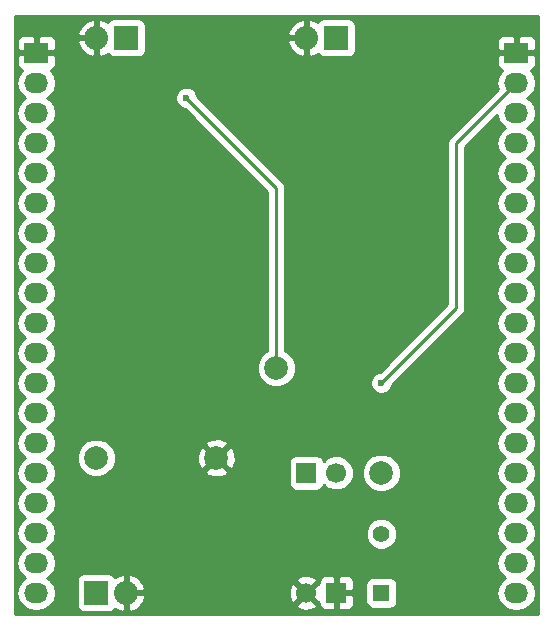
<source format=gbr>
G04 #@! TF.FileFunction,Copper,L2,Bot,Signal*
%FSLAX46Y46*%
G04 Gerber Fmt 4.6, Leading zero omitted, Abs format (unit mm)*
G04 Created by KiCad (PCBNEW 4.0.3+e1-6302~38~ubuntu16.04.1-stable) date Thu Aug 25 17:22:04 2016*
%MOMM*%
%LPD*%
G01*
G04 APERTURE LIST*
%ADD10C,0.100000*%
%ADD11R,1.400000X1.400000*%
%ADD12C,1.400000*%
%ADD13C,1.699260*%
%ADD14R,1.699260X1.699260*%
%ADD15R,2.032000X2.032000*%
%ADD16O,2.032000X2.032000*%
%ADD17C,1.998980*%
%ADD18C,2.000000*%
%ADD19R,2.032000X1.727200*%
%ADD20O,2.032000X1.727200*%
%ADD21C,0.600000*%
%ADD22C,0.250000*%
%ADD23C,0.254000*%
G04 APERTURE END LIST*
D10*
D11*
X102870000Y-124460000D03*
D12*
X102870000Y-119460000D03*
D13*
X96522540Y-124460520D03*
D14*
X96522540Y-114300520D03*
D13*
X99057460Y-114299480D03*
D14*
X99057460Y-124459480D03*
D15*
X78740000Y-124460000D03*
D16*
X81280000Y-124460000D03*
D15*
X81280000Y-77470000D03*
D16*
X78740000Y-77470000D03*
D15*
X99060000Y-77470000D03*
D16*
X96520000Y-77470000D03*
D17*
X78740000Y-113030000D03*
X88900000Y-113030000D03*
D18*
X102870000Y-114300000D03*
X93980000Y-105410000D03*
D19*
X114300000Y-78740000D03*
D20*
X114300000Y-81280000D03*
X114300000Y-83820000D03*
X114300000Y-86360000D03*
X114300000Y-88900000D03*
X114300000Y-91440000D03*
X114300000Y-93980000D03*
X114300000Y-96520000D03*
X114300000Y-99060000D03*
X114300000Y-101600000D03*
X114300000Y-104140000D03*
X114300000Y-106680000D03*
X114300000Y-109220000D03*
X114300000Y-111760000D03*
X114300000Y-114300000D03*
X114300000Y-116840000D03*
X114300000Y-119380000D03*
X114300000Y-121920000D03*
X114300000Y-124460000D03*
D19*
X73660000Y-78740000D03*
D20*
X73660000Y-81280000D03*
X73660000Y-83820000D03*
X73660000Y-86360000D03*
X73660000Y-88900000D03*
X73660000Y-91440000D03*
X73660000Y-93980000D03*
X73660000Y-96520000D03*
X73660000Y-99060000D03*
X73660000Y-101600000D03*
X73660000Y-104140000D03*
X73660000Y-106680000D03*
X73660000Y-109220000D03*
X73660000Y-111760000D03*
X73660000Y-114300000D03*
X73660000Y-116840000D03*
X73660000Y-119380000D03*
X73660000Y-121920000D03*
X73660000Y-124460000D03*
D21*
X86360000Y-82550000D03*
X102870000Y-106680000D03*
D22*
X93980000Y-105410000D02*
X93980000Y-90170000D01*
X93980000Y-90170000D02*
X86360000Y-82550000D01*
X109220000Y-86360000D02*
X114300000Y-81280000D01*
X109220000Y-100330000D02*
X109220000Y-86360000D01*
X102870000Y-106680000D02*
X109220000Y-100330000D01*
D23*
G36*
X116130000Y-126290000D02*
X71830000Y-126290000D01*
X71830000Y-81280000D01*
X71976655Y-81280000D01*
X72090729Y-81853489D01*
X72415585Y-82339670D01*
X72730366Y-82550000D01*
X72415585Y-82760330D01*
X72090729Y-83246511D01*
X71976655Y-83820000D01*
X72090729Y-84393489D01*
X72415585Y-84879670D01*
X72730366Y-85090000D01*
X72415585Y-85300330D01*
X72090729Y-85786511D01*
X71976655Y-86360000D01*
X72090729Y-86933489D01*
X72415585Y-87419670D01*
X72730366Y-87630000D01*
X72415585Y-87840330D01*
X72090729Y-88326511D01*
X71976655Y-88900000D01*
X72090729Y-89473489D01*
X72415585Y-89959670D01*
X72730366Y-90170000D01*
X72415585Y-90380330D01*
X72090729Y-90866511D01*
X71976655Y-91440000D01*
X72090729Y-92013489D01*
X72415585Y-92499670D01*
X72730366Y-92710000D01*
X72415585Y-92920330D01*
X72090729Y-93406511D01*
X71976655Y-93980000D01*
X72090729Y-94553489D01*
X72415585Y-95039670D01*
X72730366Y-95250000D01*
X72415585Y-95460330D01*
X72090729Y-95946511D01*
X71976655Y-96520000D01*
X72090729Y-97093489D01*
X72415585Y-97579670D01*
X72730366Y-97790000D01*
X72415585Y-98000330D01*
X72090729Y-98486511D01*
X71976655Y-99060000D01*
X72090729Y-99633489D01*
X72415585Y-100119670D01*
X72730366Y-100330000D01*
X72415585Y-100540330D01*
X72090729Y-101026511D01*
X71976655Y-101600000D01*
X72090729Y-102173489D01*
X72415585Y-102659670D01*
X72730366Y-102870000D01*
X72415585Y-103080330D01*
X72090729Y-103566511D01*
X71976655Y-104140000D01*
X72090729Y-104713489D01*
X72415585Y-105199670D01*
X72730366Y-105410000D01*
X72415585Y-105620330D01*
X72090729Y-106106511D01*
X71976655Y-106680000D01*
X72090729Y-107253489D01*
X72415585Y-107739670D01*
X72730366Y-107950000D01*
X72415585Y-108160330D01*
X72090729Y-108646511D01*
X71976655Y-109220000D01*
X72090729Y-109793489D01*
X72415585Y-110279670D01*
X72730366Y-110490000D01*
X72415585Y-110700330D01*
X72090729Y-111186511D01*
X71976655Y-111760000D01*
X72090729Y-112333489D01*
X72415585Y-112819670D01*
X72730366Y-113030000D01*
X72415585Y-113240330D01*
X72090729Y-113726511D01*
X71976655Y-114300000D01*
X72090729Y-114873489D01*
X72415585Y-115359670D01*
X72730366Y-115570000D01*
X72415585Y-115780330D01*
X72090729Y-116266511D01*
X71976655Y-116840000D01*
X72090729Y-117413489D01*
X72415585Y-117899670D01*
X72730366Y-118110000D01*
X72415585Y-118320330D01*
X72090729Y-118806511D01*
X71976655Y-119380000D01*
X72090729Y-119953489D01*
X72415585Y-120439670D01*
X72730366Y-120650000D01*
X72415585Y-120860330D01*
X72090729Y-121346511D01*
X71976655Y-121920000D01*
X72090729Y-122493489D01*
X72415585Y-122979670D01*
X72730366Y-123190000D01*
X72415585Y-123400330D01*
X72090729Y-123886511D01*
X71976655Y-124460000D01*
X72090729Y-125033489D01*
X72415585Y-125519670D01*
X72901766Y-125844526D01*
X73475255Y-125958600D01*
X73844745Y-125958600D01*
X74418234Y-125844526D01*
X74904415Y-125519670D01*
X75229271Y-125033489D01*
X75343345Y-124460000D01*
X75229271Y-123886511D01*
X74933595Y-123444000D01*
X77076560Y-123444000D01*
X77076560Y-125476000D01*
X77120838Y-125711317D01*
X77259910Y-125927441D01*
X77472110Y-126072431D01*
X77724000Y-126123440D01*
X79756000Y-126123440D01*
X79991317Y-126079162D01*
X80207441Y-125940090D01*
X80307856Y-125793128D01*
X80311621Y-125797188D01*
X80897054Y-126065983D01*
X81153000Y-125947367D01*
X81153000Y-124587000D01*
X81407000Y-124587000D01*
X81407000Y-125947367D01*
X81662946Y-126065983D01*
X82248379Y-125797188D01*
X82520043Y-125504210D01*
X95658455Y-125504210D01*
X95738682Y-125755473D01*
X96293907Y-125956870D01*
X96883939Y-125930461D01*
X97306398Y-125755473D01*
X97386625Y-125504210D01*
X96522540Y-124640125D01*
X95658455Y-125504210D01*
X82520043Y-125504210D01*
X82686385Y-125324818D01*
X82885975Y-124842944D01*
X82766836Y-124587000D01*
X81407000Y-124587000D01*
X81153000Y-124587000D01*
X81133000Y-124587000D01*
X81133000Y-124333000D01*
X81153000Y-124333000D01*
X81153000Y-122972633D01*
X81407000Y-122972633D01*
X81407000Y-124333000D01*
X82766836Y-124333000D01*
X82813902Y-124231887D01*
X95026190Y-124231887D01*
X95052599Y-124821919D01*
X95227587Y-125244378D01*
X95478850Y-125324605D01*
X96342935Y-124460520D01*
X96702145Y-124460520D01*
X97566230Y-125324605D01*
X97572830Y-125322498D01*
X97572830Y-125435419D01*
X97669503Y-125668808D01*
X97848131Y-125847437D01*
X98081520Y-125944110D01*
X98771710Y-125944110D01*
X98930460Y-125785360D01*
X98930460Y-124586480D01*
X99184460Y-124586480D01*
X99184460Y-125785360D01*
X99343210Y-125944110D01*
X100033400Y-125944110D01*
X100266789Y-125847437D01*
X100445417Y-125668808D01*
X100542090Y-125435419D01*
X100542090Y-124745230D01*
X100383340Y-124586480D01*
X99184460Y-124586480D01*
X98930460Y-124586480D01*
X98910460Y-124586480D01*
X98910460Y-124332480D01*
X98930460Y-124332480D01*
X98930460Y-123133600D01*
X99184460Y-123133600D01*
X99184460Y-124332480D01*
X100383340Y-124332480D01*
X100542090Y-124173730D01*
X100542090Y-123760000D01*
X101522560Y-123760000D01*
X101522560Y-125160000D01*
X101566838Y-125395317D01*
X101705910Y-125611441D01*
X101918110Y-125756431D01*
X102170000Y-125807440D01*
X103570000Y-125807440D01*
X103805317Y-125763162D01*
X104021441Y-125624090D01*
X104166431Y-125411890D01*
X104217440Y-125160000D01*
X104217440Y-123760000D01*
X104173162Y-123524683D01*
X104034090Y-123308559D01*
X103821890Y-123163569D01*
X103570000Y-123112560D01*
X102170000Y-123112560D01*
X101934683Y-123156838D01*
X101718559Y-123295910D01*
X101573569Y-123508110D01*
X101522560Y-123760000D01*
X100542090Y-123760000D01*
X100542090Y-123483541D01*
X100445417Y-123250152D01*
X100266789Y-123071523D01*
X100033400Y-122974850D01*
X99343210Y-122974850D01*
X99184460Y-123133600D01*
X98930460Y-123133600D01*
X98771710Y-122974850D01*
X98081520Y-122974850D01*
X97848131Y-123071523D01*
X97669503Y-123250152D01*
X97572830Y-123483541D01*
X97572830Y-123598542D01*
X97566230Y-123596435D01*
X96702145Y-124460520D01*
X96342935Y-124460520D01*
X95478850Y-123596435D01*
X95227587Y-123676662D01*
X95026190Y-124231887D01*
X82813902Y-124231887D01*
X82885975Y-124077056D01*
X82686385Y-123595182D01*
X82521008Y-123416830D01*
X95658455Y-123416830D01*
X96522540Y-124280915D01*
X97386625Y-123416830D01*
X97306398Y-123165567D01*
X96751173Y-122964170D01*
X96161141Y-122990579D01*
X95738682Y-123165567D01*
X95658455Y-123416830D01*
X82521008Y-123416830D01*
X82248379Y-123122812D01*
X81662946Y-122854017D01*
X81407000Y-122972633D01*
X81153000Y-122972633D01*
X80897054Y-122854017D01*
X80311621Y-123122812D01*
X80307066Y-123127724D01*
X80220090Y-122992559D01*
X80007890Y-122847569D01*
X79756000Y-122796560D01*
X77724000Y-122796560D01*
X77488683Y-122840838D01*
X77272559Y-122979910D01*
X77127569Y-123192110D01*
X77076560Y-123444000D01*
X74933595Y-123444000D01*
X74904415Y-123400330D01*
X74589634Y-123190000D01*
X74904415Y-122979670D01*
X75229271Y-122493489D01*
X75343345Y-121920000D01*
X75229271Y-121346511D01*
X74904415Y-120860330D01*
X74589634Y-120650000D01*
X74904415Y-120439670D01*
X75229271Y-119953489D01*
X75274842Y-119724383D01*
X101534769Y-119724383D01*
X101737582Y-120215229D01*
X102112796Y-120591098D01*
X102603287Y-120794768D01*
X103134383Y-120795231D01*
X103625229Y-120592418D01*
X104001098Y-120217204D01*
X104204768Y-119726713D01*
X104205231Y-119195617D01*
X104002418Y-118704771D01*
X103627204Y-118328902D01*
X103136713Y-118125232D01*
X102605617Y-118124769D01*
X102114771Y-118327582D01*
X101738902Y-118702796D01*
X101535232Y-119193287D01*
X101534769Y-119724383D01*
X75274842Y-119724383D01*
X75343345Y-119380000D01*
X75229271Y-118806511D01*
X74904415Y-118320330D01*
X74589634Y-118110000D01*
X74904415Y-117899670D01*
X75229271Y-117413489D01*
X75343345Y-116840000D01*
X75229271Y-116266511D01*
X74904415Y-115780330D01*
X74589634Y-115570000D01*
X74904415Y-115359670D01*
X75229271Y-114873489D01*
X75343345Y-114300000D01*
X75229271Y-113726511D01*
X74980163Y-113353694D01*
X77105226Y-113353694D01*
X77353538Y-113954655D01*
X77812927Y-114414846D01*
X78413453Y-114664206D01*
X79063694Y-114664774D01*
X79664655Y-114416462D01*
X79899363Y-114182163D01*
X87927443Y-114182163D01*
X88026042Y-114448965D01*
X88635582Y-114675401D01*
X89285377Y-114651341D01*
X89773958Y-114448965D01*
X89872557Y-114182163D01*
X88900000Y-113209605D01*
X87927443Y-114182163D01*
X79899363Y-114182163D01*
X80124846Y-113957073D01*
X80374206Y-113356547D01*
X80374722Y-112765582D01*
X87254599Y-112765582D01*
X87278659Y-113415377D01*
X87481035Y-113903958D01*
X87747837Y-114002557D01*
X88720395Y-113030000D01*
X89079605Y-113030000D01*
X90052163Y-114002557D01*
X90318965Y-113903958D01*
X90487273Y-113450890D01*
X95025470Y-113450890D01*
X95025470Y-115150150D01*
X95069748Y-115385467D01*
X95208820Y-115601591D01*
X95421020Y-115746581D01*
X95672910Y-115797590D01*
X97372170Y-115797590D01*
X97607487Y-115753312D01*
X97823611Y-115614240D01*
X97968601Y-115402040D01*
X97984073Y-115325637D01*
X98215386Y-115557354D01*
X98760853Y-115783852D01*
X99351476Y-115784368D01*
X99897337Y-115558822D01*
X100315334Y-115141554D01*
X100530326Y-114623795D01*
X101234716Y-114623795D01*
X101483106Y-115224943D01*
X101942637Y-115685278D01*
X102543352Y-115934716D01*
X103193795Y-115935284D01*
X103794943Y-115686894D01*
X104255278Y-115227363D01*
X104504716Y-114626648D01*
X104505284Y-113976205D01*
X104256894Y-113375057D01*
X103797363Y-112914722D01*
X103196648Y-112665284D01*
X102546205Y-112664716D01*
X101945057Y-112913106D01*
X101484722Y-113372637D01*
X101235284Y-113973352D01*
X101234716Y-114623795D01*
X100530326Y-114623795D01*
X100541832Y-114596087D01*
X100542348Y-114005464D01*
X100316802Y-113459603D01*
X99899534Y-113041606D01*
X99354067Y-112815108D01*
X98763444Y-112814592D01*
X98217583Y-113040138D01*
X97985849Y-113271468D01*
X97975332Y-113215573D01*
X97836260Y-112999449D01*
X97624060Y-112854459D01*
X97372170Y-112803450D01*
X95672910Y-112803450D01*
X95437593Y-112847728D01*
X95221469Y-112986800D01*
X95076479Y-113199000D01*
X95025470Y-113450890D01*
X90487273Y-113450890D01*
X90545401Y-113294418D01*
X90521341Y-112644623D01*
X90318965Y-112156042D01*
X90052163Y-112057443D01*
X89079605Y-113030000D01*
X88720395Y-113030000D01*
X87747837Y-112057443D01*
X87481035Y-112156042D01*
X87254599Y-112765582D01*
X80374722Y-112765582D01*
X80374774Y-112706306D01*
X80126462Y-112105345D01*
X79899351Y-111877837D01*
X87927443Y-111877837D01*
X88900000Y-112850395D01*
X89872557Y-111877837D01*
X89773958Y-111611035D01*
X89164418Y-111384599D01*
X88514623Y-111408659D01*
X88026042Y-111611035D01*
X87927443Y-111877837D01*
X79899351Y-111877837D01*
X79667073Y-111645154D01*
X79066547Y-111395794D01*
X78416306Y-111395226D01*
X77815345Y-111643538D01*
X77355154Y-112102927D01*
X77105794Y-112703453D01*
X77105226Y-113353694D01*
X74980163Y-113353694D01*
X74904415Y-113240330D01*
X74589634Y-113030000D01*
X74904415Y-112819670D01*
X75229271Y-112333489D01*
X75343345Y-111760000D01*
X75229271Y-111186511D01*
X74904415Y-110700330D01*
X74589634Y-110490000D01*
X74904415Y-110279670D01*
X75229271Y-109793489D01*
X75343345Y-109220000D01*
X75229271Y-108646511D01*
X74904415Y-108160330D01*
X74589634Y-107950000D01*
X74904415Y-107739670D01*
X75229271Y-107253489D01*
X75343345Y-106680000D01*
X75229271Y-106106511D01*
X74904415Y-105620330D01*
X74589634Y-105410000D01*
X74904415Y-105199670D01*
X75229271Y-104713489D01*
X75343345Y-104140000D01*
X75229271Y-103566511D01*
X74904415Y-103080330D01*
X74589634Y-102870000D01*
X74904415Y-102659670D01*
X75229271Y-102173489D01*
X75343345Y-101600000D01*
X75229271Y-101026511D01*
X74904415Y-100540330D01*
X74589634Y-100330000D01*
X74904415Y-100119670D01*
X75229271Y-99633489D01*
X75343345Y-99060000D01*
X75229271Y-98486511D01*
X74904415Y-98000330D01*
X74589634Y-97790000D01*
X74904415Y-97579670D01*
X75229271Y-97093489D01*
X75343345Y-96520000D01*
X75229271Y-95946511D01*
X74904415Y-95460330D01*
X74589634Y-95250000D01*
X74904415Y-95039670D01*
X75229271Y-94553489D01*
X75343345Y-93980000D01*
X75229271Y-93406511D01*
X74904415Y-92920330D01*
X74589634Y-92710000D01*
X74904415Y-92499670D01*
X75229271Y-92013489D01*
X75343345Y-91440000D01*
X75229271Y-90866511D01*
X74904415Y-90380330D01*
X74589634Y-90170000D01*
X74904415Y-89959670D01*
X75229271Y-89473489D01*
X75343345Y-88900000D01*
X75229271Y-88326511D01*
X74904415Y-87840330D01*
X74589634Y-87630000D01*
X74904415Y-87419670D01*
X75229271Y-86933489D01*
X75343345Y-86360000D01*
X75229271Y-85786511D01*
X74904415Y-85300330D01*
X74589634Y-85090000D01*
X74904415Y-84879670D01*
X75229271Y-84393489D01*
X75343345Y-83820000D01*
X75229271Y-83246511D01*
X74904415Y-82760330D01*
X74866756Y-82735167D01*
X85424838Y-82735167D01*
X85566883Y-83078943D01*
X85829673Y-83342192D01*
X86173201Y-83484838D01*
X86220077Y-83484879D01*
X93220000Y-90484802D01*
X93220000Y-103954953D01*
X93055057Y-104023106D01*
X92594722Y-104482637D01*
X92345284Y-105083352D01*
X92344716Y-105733795D01*
X92593106Y-106334943D01*
X93052637Y-106795278D01*
X93653352Y-107044716D01*
X94303795Y-107045284D01*
X94739710Y-106865167D01*
X101934838Y-106865167D01*
X102076883Y-107208943D01*
X102339673Y-107472192D01*
X102683201Y-107614838D01*
X103055167Y-107615162D01*
X103398943Y-107473117D01*
X103662192Y-107210327D01*
X103804838Y-106866799D01*
X103804879Y-106819923D01*
X109757401Y-100867401D01*
X109922148Y-100620839D01*
X109980000Y-100330000D01*
X109980000Y-86674802D01*
X112652848Y-84001954D01*
X112730729Y-84393489D01*
X113055585Y-84879670D01*
X113370366Y-85090000D01*
X113055585Y-85300330D01*
X112730729Y-85786511D01*
X112616655Y-86360000D01*
X112730729Y-86933489D01*
X113055585Y-87419670D01*
X113370366Y-87630000D01*
X113055585Y-87840330D01*
X112730729Y-88326511D01*
X112616655Y-88900000D01*
X112730729Y-89473489D01*
X113055585Y-89959670D01*
X113370366Y-90170000D01*
X113055585Y-90380330D01*
X112730729Y-90866511D01*
X112616655Y-91440000D01*
X112730729Y-92013489D01*
X113055585Y-92499670D01*
X113370366Y-92710000D01*
X113055585Y-92920330D01*
X112730729Y-93406511D01*
X112616655Y-93980000D01*
X112730729Y-94553489D01*
X113055585Y-95039670D01*
X113370366Y-95250000D01*
X113055585Y-95460330D01*
X112730729Y-95946511D01*
X112616655Y-96520000D01*
X112730729Y-97093489D01*
X113055585Y-97579670D01*
X113370366Y-97790000D01*
X113055585Y-98000330D01*
X112730729Y-98486511D01*
X112616655Y-99060000D01*
X112730729Y-99633489D01*
X113055585Y-100119670D01*
X113370366Y-100330000D01*
X113055585Y-100540330D01*
X112730729Y-101026511D01*
X112616655Y-101600000D01*
X112730729Y-102173489D01*
X113055585Y-102659670D01*
X113370366Y-102870000D01*
X113055585Y-103080330D01*
X112730729Y-103566511D01*
X112616655Y-104140000D01*
X112730729Y-104713489D01*
X113055585Y-105199670D01*
X113370366Y-105410000D01*
X113055585Y-105620330D01*
X112730729Y-106106511D01*
X112616655Y-106680000D01*
X112730729Y-107253489D01*
X113055585Y-107739670D01*
X113370366Y-107950000D01*
X113055585Y-108160330D01*
X112730729Y-108646511D01*
X112616655Y-109220000D01*
X112730729Y-109793489D01*
X113055585Y-110279670D01*
X113370366Y-110490000D01*
X113055585Y-110700330D01*
X112730729Y-111186511D01*
X112616655Y-111760000D01*
X112730729Y-112333489D01*
X113055585Y-112819670D01*
X113370366Y-113030000D01*
X113055585Y-113240330D01*
X112730729Y-113726511D01*
X112616655Y-114300000D01*
X112730729Y-114873489D01*
X113055585Y-115359670D01*
X113370366Y-115570000D01*
X113055585Y-115780330D01*
X112730729Y-116266511D01*
X112616655Y-116840000D01*
X112730729Y-117413489D01*
X113055585Y-117899670D01*
X113370366Y-118110000D01*
X113055585Y-118320330D01*
X112730729Y-118806511D01*
X112616655Y-119380000D01*
X112730729Y-119953489D01*
X113055585Y-120439670D01*
X113370366Y-120650000D01*
X113055585Y-120860330D01*
X112730729Y-121346511D01*
X112616655Y-121920000D01*
X112730729Y-122493489D01*
X113055585Y-122979670D01*
X113370366Y-123190000D01*
X113055585Y-123400330D01*
X112730729Y-123886511D01*
X112616655Y-124460000D01*
X112730729Y-125033489D01*
X113055585Y-125519670D01*
X113541766Y-125844526D01*
X114115255Y-125958600D01*
X114484745Y-125958600D01*
X115058234Y-125844526D01*
X115544415Y-125519670D01*
X115869271Y-125033489D01*
X115983345Y-124460000D01*
X115869271Y-123886511D01*
X115544415Y-123400330D01*
X115229634Y-123190000D01*
X115544415Y-122979670D01*
X115869271Y-122493489D01*
X115983345Y-121920000D01*
X115869271Y-121346511D01*
X115544415Y-120860330D01*
X115229634Y-120650000D01*
X115544415Y-120439670D01*
X115869271Y-119953489D01*
X115983345Y-119380000D01*
X115869271Y-118806511D01*
X115544415Y-118320330D01*
X115229634Y-118110000D01*
X115544415Y-117899670D01*
X115869271Y-117413489D01*
X115983345Y-116840000D01*
X115869271Y-116266511D01*
X115544415Y-115780330D01*
X115229634Y-115570000D01*
X115544415Y-115359670D01*
X115869271Y-114873489D01*
X115983345Y-114300000D01*
X115869271Y-113726511D01*
X115544415Y-113240330D01*
X115229634Y-113030000D01*
X115544415Y-112819670D01*
X115869271Y-112333489D01*
X115983345Y-111760000D01*
X115869271Y-111186511D01*
X115544415Y-110700330D01*
X115229634Y-110490000D01*
X115544415Y-110279670D01*
X115869271Y-109793489D01*
X115983345Y-109220000D01*
X115869271Y-108646511D01*
X115544415Y-108160330D01*
X115229634Y-107950000D01*
X115544415Y-107739670D01*
X115869271Y-107253489D01*
X115983345Y-106680000D01*
X115869271Y-106106511D01*
X115544415Y-105620330D01*
X115229634Y-105410000D01*
X115544415Y-105199670D01*
X115869271Y-104713489D01*
X115983345Y-104140000D01*
X115869271Y-103566511D01*
X115544415Y-103080330D01*
X115229634Y-102870000D01*
X115544415Y-102659670D01*
X115869271Y-102173489D01*
X115983345Y-101600000D01*
X115869271Y-101026511D01*
X115544415Y-100540330D01*
X115229634Y-100330000D01*
X115544415Y-100119670D01*
X115869271Y-99633489D01*
X115983345Y-99060000D01*
X115869271Y-98486511D01*
X115544415Y-98000330D01*
X115229634Y-97790000D01*
X115544415Y-97579670D01*
X115869271Y-97093489D01*
X115983345Y-96520000D01*
X115869271Y-95946511D01*
X115544415Y-95460330D01*
X115229634Y-95250000D01*
X115544415Y-95039670D01*
X115869271Y-94553489D01*
X115983345Y-93980000D01*
X115869271Y-93406511D01*
X115544415Y-92920330D01*
X115229634Y-92710000D01*
X115544415Y-92499670D01*
X115869271Y-92013489D01*
X115983345Y-91440000D01*
X115869271Y-90866511D01*
X115544415Y-90380330D01*
X115229634Y-90170000D01*
X115544415Y-89959670D01*
X115869271Y-89473489D01*
X115983345Y-88900000D01*
X115869271Y-88326511D01*
X115544415Y-87840330D01*
X115229634Y-87630000D01*
X115544415Y-87419670D01*
X115869271Y-86933489D01*
X115983345Y-86360000D01*
X115869271Y-85786511D01*
X115544415Y-85300330D01*
X115229634Y-85090000D01*
X115544415Y-84879670D01*
X115869271Y-84393489D01*
X115983345Y-83820000D01*
X115869271Y-83246511D01*
X115544415Y-82760330D01*
X115229634Y-82550000D01*
X115544415Y-82339670D01*
X115869271Y-81853489D01*
X115983345Y-81280000D01*
X115869271Y-80706511D01*
X115544415Y-80220330D01*
X115522220Y-80205500D01*
X115675699Y-80141927D01*
X115854327Y-79963298D01*
X115951000Y-79729909D01*
X115951000Y-79025750D01*
X115792250Y-78867000D01*
X114427000Y-78867000D01*
X114427000Y-78887000D01*
X114173000Y-78887000D01*
X114173000Y-78867000D01*
X112807750Y-78867000D01*
X112649000Y-79025750D01*
X112649000Y-79729909D01*
X112745673Y-79963298D01*
X112924301Y-80141927D01*
X113077780Y-80205500D01*
X113055585Y-80220330D01*
X112730729Y-80706511D01*
X112616655Y-81280000D01*
X112717619Y-81787579D01*
X108682599Y-85822599D01*
X108517852Y-86069161D01*
X108460000Y-86360000D01*
X108460000Y-100015198D01*
X102730320Y-105744878D01*
X102684833Y-105744838D01*
X102341057Y-105886883D01*
X102077808Y-106149673D01*
X101935162Y-106493201D01*
X101934838Y-106865167D01*
X94739710Y-106865167D01*
X94904943Y-106796894D01*
X95365278Y-106337363D01*
X95614716Y-105736648D01*
X95615284Y-105086205D01*
X95366894Y-104485057D01*
X94907363Y-104024722D01*
X94740000Y-103955227D01*
X94740000Y-90170000D01*
X94717219Y-90055474D01*
X94682148Y-89879160D01*
X94517401Y-89632599D01*
X87295122Y-82410320D01*
X87295162Y-82364833D01*
X87153117Y-82021057D01*
X86890327Y-81757808D01*
X86546799Y-81615162D01*
X86174833Y-81614838D01*
X85831057Y-81756883D01*
X85567808Y-82019673D01*
X85425162Y-82363201D01*
X85424838Y-82735167D01*
X74866756Y-82735167D01*
X74589634Y-82550000D01*
X74904415Y-82339670D01*
X75229271Y-81853489D01*
X75343345Y-81280000D01*
X75229271Y-80706511D01*
X74904415Y-80220330D01*
X74882220Y-80205500D01*
X75035699Y-80141927D01*
X75214327Y-79963298D01*
X75311000Y-79729909D01*
X75311000Y-79025750D01*
X75152250Y-78867000D01*
X73787000Y-78867000D01*
X73787000Y-78887000D01*
X73533000Y-78887000D01*
X73533000Y-78867000D01*
X72167750Y-78867000D01*
X72009000Y-79025750D01*
X72009000Y-79729909D01*
X72105673Y-79963298D01*
X72284301Y-80141927D01*
X72437780Y-80205500D01*
X72415585Y-80220330D01*
X72090729Y-80706511D01*
X71976655Y-81280000D01*
X71830000Y-81280000D01*
X71830000Y-77750091D01*
X72009000Y-77750091D01*
X72009000Y-78454250D01*
X72167750Y-78613000D01*
X73533000Y-78613000D01*
X73533000Y-77400150D01*
X73787000Y-77400150D01*
X73787000Y-78613000D01*
X75152250Y-78613000D01*
X75311000Y-78454250D01*
X75311000Y-77852944D01*
X77134025Y-77852944D01*
X77333615Y-78334818D01*
X77771621Y-78807188D01*
X78357054Y-79075983D01*
X78613000Y-78957367D01*
X78613000Y-77597000D01*
X77253164Y-77597000D01*
X77134025Y-77852944D01*
X75311000Y-77852944D01*
X75311000Y-77750091D01*
X75214327Y-77516702D01*
X75035699Y-77338073D01*
X74802310Y-77241400D01*
X73945750Y-77241400D01*
X73787000Y-77400150D01*
X73533000Y-77400150D01*
X73374250Y-77241400D01*
X72517690Y-77241400D01*
X72284301Y-77338073D01*
X72105673Y-77516702D01*
X72009000Y-77750091D01*
X71830000Y-77750091D01*
X71830000Y-77087056D01*
X77134025Y-77087056D01*
X77253164Y-77343000D01*
X78613000Y-77343000D01*
X78613000Y-75982633D01*
X78867000Y-75982633D01*
X78867000Y-77343000D01*
X78887000Y-77343000D01*
X78887000Y-77597000D01*
X78867000Y-77597000D01*
X78867000Y-78957367D01*
X79122946Y-79075983D01*
X79708379Y-78807188D01*
X79712934Y-78802276D01*
X79799910Y-78937441D01*
X80012110Y-79082431D01*
X80264000Y-79133440D01*
X82296000Y-79133440D01*
X82531317Y-79089162D01*
X82747441Y-78950090D01*
X82892431Y-78737890D01*
X82943440Y-78486000D01*
X82943440Y-77852944D01*
X94914025Y-77852944D01*
X95113615Y-78334818D01*
X95551621Y-78807188D01*
X96137054Y-79075983D01*
X96393000Y-78957367D01*
X96393000Y-77597000D01*
X95033164Y-77597000D01*
X94914025Y-77852944D01*
X82943440Y-77852944D01*
X82943440Y-77087056D01*
X94914025Y-77087056D01*
X95033164Y-77343000D01*
X96393000Y-77343000D01*
X96393000Y-75982633D01*
X96647000Y-75982633D01*
X96647000Y-77343000D01*
X96667000Y-77343000D01*
X96667000Y-77597000D01*
X96647000Y-77597000D01*
X96647000Y-78957367D01*
X96902946Y-79075983D01*
X97488379Y-78807188D01*
X97492934Y-78802276D01*
X97579910Y-78937441D01*
X97792110Y-79082431D01*
X98044000Y-79133440D01*
X100076000Y-79133440D01*
X100311317Y-79089162D01*
X100527441Y-78950090D01*
X100672431Y-78737890D01*
X100723440Y-78486000D01*
X100723440Y-77750091D01*
X112649000Y-77750091D01*
X112649000Y-78454250D01*
X112807750Y-78613000D01*
X114173000Y-78613000D01*
X114173000Y-77400150D01*
X114427000Y-77400150D01*
X114427000Y-78613000D01*
X115792250Y-78613000D01*
X115951000Y-78454250D01*
X115951000Y-77750091D01*
X115854327Y-77516702D01*
X115675699Y-77338073D01*
X115442310Y-77241400D01*
X114585750Y-77241400D01*
X114427000Y-77400150D01*
X114173000Y-77400150D01*
X114014250Y-77241400D01*
X113157690Y-77241400D01*
X112924301Y-77338073D01*
X112745673Y-77516702D01*
X112649000Y-77750091D01*
X100723440Y-77750091D01*
X100723440Y-76454000D01*
X100679162Y-76218683D01*
X100540090Y-76002559D01*
X100327890Y-75857569D01*
X100076000Y-75806560D01*
X98044000Y-75806560D01*
X97808683Y-75850838D01*
X97592559Y-75989910D01*
X97492144Y-76136872D01*
X97488379Y-76132812D01*
X96902946Y-75864017D01*
X96647000Y-75982633D01*
X96393000Y-75982633D01*
X96137054Y-75864017D01*
X95551621Y-76132812D01*
X95113615Y-76605182D01*
X94914025Y-77087056D01*
X82943440Y-77087056D01*
X82943440Y-76454000D01*
X82899162Y-76218683D01*
X82760090Y-76002559D01*
X82547890Y-75857569D01*
X82296000Y-75806560D01*
X80264000Y-75806560D01*
X80028683Y-75850838D01*
X79812559Y-75989910D01*
X79712144Y-76136872D01*
X79708379Y-76132812D01*
X79122946Y-75864017D01*
X78867000Y-75982633D01*
X78613000Y-75982633D01*
X78357054Y-75864017D01*
X77771621Y-76132812D01*
X77333615Y-76605182D01*
X77134025Y-77087056D01*
X71830000Y-77087056D01*
X71830000Y-75640000D01*
X116130000Y-75640000D01*
X116130000Y-126290000D01*
X116130000Y-126290000D01*
G37*
X116130000Y-126290000D02*
X71830000Y-126290000D01*
X71830000Y-81280000D01*
X71976655Y-81280000D01*
X72090729Y-81853489D01*
X72415585Y-82339670D01*
X72730366Y-82550000D01*
X72415585Y-82760330D01*
X72090729Y-83246511D01*
X71976655Y-83820000D01*
X72090729Y-84393489D01*
X72415585Y-84879670D01*
X72730366Y-85090000D01*
X72415585Y-85300330D01*
X72090729Y-85786511D01*
X71976655Y-86360000D01*
X72090729Y-86933489D01*
X72415585Y-87419670D01*
X72730366Y-87630000D01*
X72415585Y-87840330D01*
X72090729Y-88326511D01*
X71976655Y-88900000D01*
X72090729Y-89473489D01*
X72415585Y-89959670D01*
X72730366Y-90170000D01*
X72415585Y-90380330D01*
X72090729Y-90866511D01*
X71976655Y-91440000D01*
X72090729Y-92013489D01*
X72415585Y-92499670D01*
X72730366Y-92710000D01*
X72415585Y-92920330D01*
X72090729Y-93406511D01*
X71976655Y-93980000D01*
X72090729Y-94553489D01*
X72415585Y-95039670D01*
X72730366Y-95250000D01*
X72415585Y-95460330D01*
X72090729Y-95946511D01*
X71976655Y-96520000D01*
X72090729Y-97093489D01*
X72415585Y-97579670D01*
X72730366Y-97790000D01*
X72415585Y-98000330D01*
X72090729Y-98486511D01*
X71976655Y-99060000D01*
X72090729Y-99633489D01*
X72415585Y-100119670D01*
X72730366Y-100330000D01*
X72415585Y-100540330D01*
X72090729Y-101026511D01*
X71976655Y-101600000D01*
X72090729Y-102173489D01*
X72415585Y-102659670D01*
X72730366Y-102870000D01*
X72415585Y-103080330D01*
X72090729Y-103566511D01*
X71976655Y-104140000D01*
X72090729Y-104713489D01*
X72415585Y-105199670D01*
X72730366Y-105410000D01*
X72415585Y-105620330D01*
X72090729Y-106106511D01*
X71976655Y-106680000D01*
X72090729Y-107253489D01*
X72415585Y-107739670D01*
X72730366Y-107950000D01*
X72415585Y-108160330D01*
X72090729Y-108646511D01*
X71976655Y-109220000D01*
X72090729Y-109793489D01*
X72415585Y-110279670D01*
X72730366Y-110490000D01*
X72415585Y-110700330D01*
X72090729Y-111186511D01*
X71976655Y-111760000D01*
X72090729Y-112333489D01*
X72415585Y-112819670D01*
X72730366Y-113030000D01*
X72415585Y-113240330D01*
X72090729Y-113726511D01*
X71976655Y-114300000D01*
X72090729Y-114873489D01*
X72415585Y-115359670D01*
X72730366Y-115570000D01*
X72415585Y-115780330D01*
X72090729Y-116266511D01*
X71976655Y-116840000D01*
X72090729Y-117413489D01*
X72415585Y-117899670D01*
X72730366Y-118110000D01*
X72415585Y-118320330D01*
X72090729Y-118806511D01*
X71976655Y-119380000D01*
X72090729Y-119953489D01*
X72415585Y-120439670D01*
X72730366Y-120650000D01*
X72415585Y-120860330D01*
X72090729Y-121346511D01*
X71976655Y-121920000D01*
X72090729Y-122493489D01*
X72415585Y-122979670D01*
X72730366Y-123190000D01*
X72415585Y-123400330D01*
X72090729Y-123886511D01*
X71976655Y-124460000D01*
X72090729Y-125033489D01*
X72415585Y-125519670D01*
X72901766Y-125844526D01*
X73475255Y-125958600D01*
X73844745Y-125958600D01*
X74418234Y-125844526D01*
X74904415Y-125519670D01*
X75229271Y-125033489D01*
X75343345Y-124460000D01*
X75229271Y-123886511D01*
X74933595Y-123444000D01*
X77076560Y-123444000D01*
X77076560Y-125476000D01*
X77120838Y-125711317D01*
X77259910Y-125927441D01*
X77472110Y-126072431D01*
X77724000Y-126123440D01*
X79756000Y-126123440D01*
X79991317Y-126079162D01*
X80207441Y-125940090D01*
X80307856Y-125793128D01*
X80311621Y-125797188D01*
X80897054Y-126065983D01*
X81153000Y-125947367D01*
X81153000Y-124587000D01*
X81407000Y-124587000D01*
X81407000Y-125947367D01*
X81662946Y-126065983D01*
X82248379Y-125797188D01*
X82520043Y-125504210D01*
X95658455Y-125504210D01*
X95738682Y-125755473D01*
X96293907Y-125956870D01*
X96883939Y-125930461D01*
X97306398Y-125755473D01*
X97386625Y-125504210D01*
X96522540Y-124640125D01*
X95658455Y-125504210D01*
X82520043Y-125504210D01*
X82686385Y-125324818D01*
X82885975Y-124842944D01*
X82766836Y-124587000D01*
X81407000Y-124587000D01*
X81153000Y-124587000D01*
X81133000Y-124587000D01*
X81133000Y-124333000D01*
X81153000Y-124333000D01*
X81153000Y-122972633D01*
X81407000Y-122972633D01*
X81407000Y-124333000D01*
X82766836Y-124333000D01*
X82813902Y-124231887D01*
X95026190Y-124231887D01*
X95052599Y-124821919D01*
X95227587Y-125244378D01*
X95478850Y-125324605D01*
X96342935Y-124460520D01*
X96702145Y-124460520D01*
X97566230Y-125324605D01*
X97572830Y-125322498D01*
X97572830Y-125435419D01*
X97669503Y-125668808D01*
X97848131Y-125847437D01*
X98081520Y-125944110D01*
X98771710Y-125944110D01*
X98930460Y-125785360D01*
X98930460Y-124586480D01*
X99184460Y-124586480D01*
X99184460Y-125785360D01*
X99343210Y-125944110D01*
X100033400Y-125944110D01*
X100266789Y-125847437D01*
X100445417Y-125668808D01*
X100542090Y-125435419D01*
X100542090Y-124745230D01*
X100383340Y-124586480D01*
X99184460Y-124586480D01*
X98930460Y-124586480D01*
X98910460Y-124586480D01*
X98910460Y-124332480D01*
X98930460Y-124332480D01*
X98930460Y-123133600D01*
X99184460Y-123133600D01*
X99184460Y-124332480D01*
X100383340Y-124332480D01*
X100542090Y-124173730D01*
X100542090Y-123760000D01*
X101522560Y-123760000D01*
X101522560Y-125160000D01*
X101566838Y-125395317D01*
X101705910Y-125611441D01*
X101918110Y-125756431D01*
X102170000Y-125807440D01*
X103570000Y-125807440D01*
X103805317Y-125763162D01*
X104021441Y-125624090D01*
X104166431Y-125411890D01*
X104217440Y-125160000D01*
X104217440Y-123760000D01*
X104173162Y-123524683D01*
X104034090Y-123308559D01*
X103821890Y-123163569D01*
X103570000Y-123112560D01*
X102170000Y-123112560D01*
X101934683Y-123156838D01*
X101718559Y-123295910D01*
X101573569Y-123508110D01*
X101522560Y-123760000D01*
X100542090Y-123760000D01*
X100542090Y-123483541D01*
X100445417Y-123250152D01*
X100266789Y-123071523D01*
X100033400Y-122974850D01*
X99343210Y-122974850D01*
X99184460Y-123133600D01*
X98930460Y-123133600D01*
X98771710Y-122974850D01*
X98081520Y-122974850D01*
X97848131Y-123071523D01*
X97669503Y-123250152D01*
X97572830Y-123483541D01*
X97572830Y-123598542D01*
X97566230Y-123596435D01*
X96702145Y-124460520D01*
X96342935Y-124460520D01*
X95478850Y-123596435D01*
X95227587Y-123676662D01*
X95026190Y-124231887D01*
X82813902Y-124231887D01*
X82885975Y-124077056D01*
X82686385Y-123595182D01*
X82521008Y-123416830D01*
X95658455Y-123416830D01*
X96522540Y-124280915D01*
X97386625Y-123416830D01*
X97306398Y-123165567D01*
X96751173Y-122964170D01*
X96161141Y-122990579D01*
X95738682Y-123165567D01*
X95658455Y-123416830D01*
X82521008Y-123416830D01*
X82248379Y-123122812D01*
X81662946Y-122854017D01*
X81407000Y-122972633D01*
X81153000Y-122972633D01*
X80897054Y-122854017D01*
X80311621Y-123122812D01*
X80307066Y-123127724D01*
X80220090Y-122992559D01*
X80007890Y-122847569D01*
X79756000Y-122796560D01*
X77724000Y-122796560D01*
X77488683Y-122840838D01*
X77272559Y-122979910D01*
X77127569Y-123192110D01*
X77076560Y-123444000D01*
X74933595Y-123444000D01*
X74904415Y-123400330D01*
X74589634Y-123190000D01*
X74904415Y-122979670D01*
X75229271Y-122493489D01*
X75343345Y-121920000D01*
X75229271Y-121346511D01*
X74904415Y-120860330D01*
X74589634Y-120650000D01*
X74904415Y-120439670D01*
X75229271Y-119953489D01*
X75274842Y-119724383D01*
X101534769Y-119724383D01*
X101737582Y-120215229D01*
X102112796Y-120591098D01*
X102603287Y-120794768D01*
X103134383Y-120795231D01*
X103625229Y-120592418D01*
X104001098Y-120217204D01*
X104204768Y-119726713D01*
X104205231Y-119195617D01*
X104002418Y-118704771D01*
X103627204Y-118328902D01*
X103136713Y-118125232D01*
X102605617Y-118124769D01*
X102114771Y-118327582D01*
X101738902Y-118702796D01*
X101535232Y-119193287D01*
X101534769Y-119724383D01*
X75274842Y-119724383D01*
X75343345Y-119380000D01*
X75229271Y-118806511D01*
X74904415Y-118320330D01*
X74589634Y-118110000D01*
X74904415Y-117899670D01*
X75229271Y-117413489D01*
X75343345Y-116840000D01*
X75229271Y-116266511D01*
X74904415Y-115780330D01*
X74589634Y-115570000D01*
X74904415Y-115359670D01*
X75229271Y-114873489D01*
X75343345Y-114300000D01*
X75229271Y-113726511D01*
X74980163Y-113353694D01*
X77105226Y-113353694D01*
X77353538Y-113954655D01*
X77812927Y-114414846D01*
X78413453Y-114664206D01*
X79063694Y-114664774D01*
X79664655Y-114416462D01*
X79899363Y-114182163D01*
X87927443Y-114182163D01*
X88026042Y-114448965D01*
X88635582Y-114675401D01*
X89285377Y-114651341D01*
X89773958Y-114448965D01*
X89872557Y-114182163D01*
X88900000Y-113209605D01*
X87927443Y-114182163D01*
X79899363Y-114182163D01*
X80124846Y-113957073D01*
X80374206Y-113356547D01*
X80374722Y-112765582D01*
X87254599Y-112765582D01*
X87278659Y-113415377D01*
X87481035Y-113903958D01*
X87747837Y-114002557D01*
X88720395Y-113030000D01*
X89079605Y-113030000D01*
X90052163Y-114002557D01*
X90318965Y-113903958D01*
X90487273Y-113450890D01*
X95025470Y-113450890D01*
X95025470Y-115150150D01*
X95069748Y-115385467D01*
X95208820Y-115601591D01*
X95421020Y-115746581D01*
X95672910Y-115797590D01*
X97372170Y-115797590D01*
X97607487Y-115753312D01*
X97823611Y-115614240D01*
X97968601Y-115402040D01*
X97984073Y-115325637D01*
X98215386Y-115557354D01*
X98760853Y-115783852D01*
X99351476Y-115784368D01*
X99897337Y-115558822D01*
X100315334Y-115141554D01*
X100530326Y-114623795D01*
X101234716Y-114623795D01*
X101483106Y-115224943D01*
X101942637Y-115685278D01*
X102543352Y-115934716D01*
X103193795Y-115935284D01*
X103794943Y-115686894D01*
X104255278Y-115227363D01*
X104504716Y-114626648D01*
X104505284Y-113976205D01*
X104256894Y-113375057D01*
X103797363Y-112914722D01*
X103196648Y-112665284D01*
X102546205Y-112664716D01*
X101945057Y-112913106D01*
X101484722Y-113372637D01*
X101235284Y-113973352D01*
X101234716Y-114623795D01*
X100530326Y-114623795D01*
X100541832Y-114596087D01*
X100542348Y-114005464D01*
X100316802Y-113459603D01*
X99899534Y-113041606D01*
X99354067Y-112815108D01*
X98763444Y-112814592D01*
X98217583Y-113040138D01*
X97985849Y-113271468D01*
X97975332Y-113215573D01*
X97836260Y-112999449D01*
X97624060Y-112854459D01*
X97372170Y-112803450D01*
X95672910Y-112803450D01*
X95437593Y-112847728D01*
X95221469Y-112986800D01*
X95076479Y-113199000D01*
X95025470Y-113450890D01*
X90487273Y-113450890D01*
X90545401Y-113294418D01*
X90521341Y-112644623D01*
X90318965Y-112156042D01*
X90052163Y-112057443D01*
X89079605Y-113030000D01*
X88720395Y-113030000D01*
X87747837Y-112057443D01*
X87481035Y-112156042D01*
X87254599Y-112765582D01*
X80374722Y-112765582D01*
X80374774Y-112706306D01*
X80126462Y-112105345D01*
X79899351Y-111877837D01*
X87927443Y-111877837D01*
X88900000Y-112850395D01*
X89872557Y-111877837D01*
X89773958Y-111611035D01*
X89164418Y-111384599D01*
X88514623Y-111408659D01*
X88026042Y-111611035D01*
X87927443Y-111877837D01*
X79899351Y-111877837D01*
X79667073Y-111645154D01*
X79066547Y-111395794D01*
X78416306Y-111395226D01*
X77815345Y-111643538D01*
X77355154Y-112102927D01*
X77105794Y-112703453D01*
X77105226Y-113353694D01*
X74980163Y-113353694D01*
X74904415Y-113240330D01*
X74589634Y-113030000D01*
X74904415Y-112819670D01*
X75229271Y-112333489D01*
X75343345Y-111760000D01*
X75229271Y-111186511D01*
X74904415Y-110700330D01*
X74589634Y-110490000D01*
X74904415Y-110279670D01*
X75229271Y-109793489D01*
X75343345Y-109220000D01*
X75229271Y-108646511D01*
X74904415Y-108160330D01*
X74589634Y-107950000D01*
X74904415Y-107739670D01*
X75229271Y-107253489D01*
X75343345Y-106680000D01*
X75229271Y-106106511D01*
X74904415Y-105620330D01*
X74589634Y-105410000D01*
X74904415Y-105199670D01*
X75229271Y-104713489D01*
X75343345Y-104140000D01*
X75229271Y-103566511D01*
X74904415Y-103080330D01*
X74589634Y-102870000D01*
X74904415Y-102659670D01*
X75229271Y-102173489D01*
X75343345Y-101600000D01*
X75229271Y-101026511D01*
X74904415Y-100540330D01*
X74589634Y-100330000D01*
X74904415Y-100119670D01*
X75229271Y-99633489D01*
X75343345Y-99060000D01*
X75229271Y-98486511D01*
X74904415Y-98000330D01*
X74589634Y-97790000D01*
X74904415Y-97579670D01*
X75229271Y-97093489D01*
X75343345Y-96520000D01*
X75229271Y-95946511D01*
X74904415Y-95460330D01*
X74589634Y-95250000D01*
X74904415Y-95039670D01*
X75229271Y-94553489D01*
X75343345Y-93980000D01*
X75229271Y-93406511D01*
X74904415Y-92920330D01*
X74589634Y-92710000D01*
X74904415Y-92499670D01*
X75229271Y-92013489D01*
X75343345Y-91440000D01*
X75229271Y-90866511D01*
X74904415Y-90380330D01*
X74589634Y-90170000D01*
X74904415Y-89959670D01*
X75229271Y-89473489D01*
X75343345Y-88900000D01*
X75229271Y-88326511D01*
X74904415Y-87840330D01*
X74589634Y-87630000D01*
X74904415Y-87419670D01*
X75229271Y-86933489D01*
X75343345Y-86360000D01*
X75229271Y-85786511D01*
X74904415Y-85300330D01*
X74589634Y-85090000D01*
X74904415Y-84879670D01*
X75229271Y-84393489D01*
X75343345Y-83820000D01*
X75229271Y-83246511D01*
X74904415Y-82760330D01*
X74866756Y-82735167D01*
X85424838Y-82735167D01*
X85566883Y-83078943D01*
X85829673Y-83342192D01*
X86173201Y-83484838D01*
X86220077Y-83484879D01*
X93220000Y-90484802D01*
X93220000Y-103954953D01*
X93055057Y-104023106D01*
X92594722Y-104482637D01*
X92345284Y-105083352D01*
X92344716Y-105733795D01*
X92593106Y-106334943D01*
X93052637Y-106795278D01*
X93653352Y-107044716D01*
X94303795Y-107045284D01*
X94739710Y-106865167D01*
X101934838Y-106865167D01*
X102076883Y-107208943D01*
X102339673Y-107472192D01*
X102683201Y-107614838D01*
X103055167Y-107615162D01*
X103398943Y-107473117D01*
X103662192Y-107210327D01*
X103804838Y-106866799D01*
X103804879Y-106819923D01*
X109757401Y-100867401D01*
X109922148Y-100620839D01*
X109980000Y-100330000D01*
X109980000Y-86674802D01*
X112652848Y-84001954D01*
X112730729Y-84393489D01*
X113055585Y-84879670D01*
X113370366Y-85090000D01*
X113055585Y-85300330D01*
X112730729Y-85786511D01*
X112616655Y-86360000D01*
X112730729Y-86933489D01*
X113055585Y-87419670D01*
X113370366Y-87630000D01*
X113055585Y-87840330D01*
X112730729Y-88326511D01*
X112616655Y-88900000D01*
X112730729Y-89473489D01*
X113055585Y-89959670D01*
X113370366Y-90170000D01*
X113055585Y-90380330D01*
X112730729Y-90866511D01*
X112616655Y-91440000D01*
X112730729Y-92013489D01*
X113055585Y-92499670D01*
X113370366Y-92710000D01*
X113055585Y-92920330D01*
X112730729Y-93406511D01*
X112616655Y-93980000D01*
X112730729Y-94553489D01*
X113055585Y-95039670D01*
X113370366Y-95250000D01*
X113055585Y-95460330D01*
X112730729Y-95946511D01*
X112616655Y-96520000D01*
X112730729Y-97093489D01*
X113055585Y-97579670D01*
X113370366Y-97790000D01*
X113055585Y-98000330D01*
X112730729Y-98486511D01*
X112616655Y-99060000D01*
X112730729Y-99633489D01*
X113055585Y-100119670D01*
X113370366Y-100330000D01*
X113055585Y-100540330D01*
X112730729Y-101026511D01*
X112616655Y-101600000D01*
X112730729Y-102173489D01*
X113055585Y-102659670D01*
X113370366Y-102870000D01*
X113055585Y-103080330D01*
X112730729Y-103566511D01*
X112616655Y-104140000D01*
X112730729Y-104713489D01*
X113055585Y-105199670D01*
X113370366Y-105410000D01*
X113055585Y-105620330D01*
X112730729Y-106106511D01*
X112616655Y-106680000D01*
X112730729Y-107253489D01*
X113055585Y-107739670D01*
X113370366Y-107950000D01*
X113055585Y-108160330D01*
X112730729Y-108646511D01*
X112616655Y-109220000D01*
X112730729Y-109793489D01*
X113055585Y-110279670D01*
X113370366Y-110490000D01*
X113055585Y-110700330D01*
X112730729Y-111186511D01*
X112616655Y-111760000D01*
X112730729Y-112333489D01*
X113055585Y-112819670D01*
X113370366Y-113030000D01*
X113055585Y-113240330D01*
X112730729Y-113726511D01*
X112616655Y-114300000D01*
X112730729Y-114873489D01*
X113055585Y-115359670D01*
X113370366Y-115570000D01*
X113055585Y-115780330D01*
X112730729Y-116266511D01*
X112616655Y-116840000D01*
X112730729Y-117413489D01*
X113055585Y-117899670D01*
X113370366Y-118110000D01*
X113055585Y-118320330D01*
X112730729Y-118806511D01*
X112616655Y-119380000D01*
X112730729Y-119953489D01*
X113055585Y-120439670D01*
X113370366Y-120650000D01*
X113055585Y-120860330D01*
X112730729Y-121346511D01*
X112616655Y-121920000D01*
X112730729Y-122493489D01*
X113055585Y-122979670D01*
X113370366Y-123190000D01*
X113055585Y-123400330D01*
X112730729Y-123886511D01*
X112616655Y-124460000D01*
X112730729Y-125033489D01*
X113055585Y-125519670D01*
X113541766Y-125844526D01*
X114115255Y-125958600D01*
X114484745Y-125958600D01*
X115058234Y-125844526D01*
X115544415Y-125519670D01*
X115869271Y-125033489D01*
X115983345Y-124460000D01*
X115869271Y-123886511D01*
X115544415Y-123400330D01*
X115229634Y-123190000D01*
X115544415Y-122979670D01*
X115869271Y-122493489D01*
X115983345Y-121920000D01*
X115869271Y-121346511D01*
X115544415Y-120860330D01*
X115229634Y-120650000D01*
X115544415Y-120439670D01*
X115869271Y-119953489D01*
X115983345Y-119380000D01*
X115869271Y-118806511D01*
X115544415Y-118320330D01*
X115229634Y-118110000D01*
X115544415Y-117899670D01*
X115869271Y-117413489D01*
X115983345Y-116840000D01*
X115869271Y-116266511D01*
X115544415Y-115780330D01*
X115229634Y-115570000D01*
X115544415Y-115359670D01*
X115869271Y-114873489D01*
X115983345Y-114300000D01*
X115869271Y-113726511D01*
X115544415Y-113240330D01*
X115229634Y-113030000D01*
X115544415Y-112819670D01*
X115869271Y-112333489D01*
X115983345Y-111760000D01*
X115869271Y-111186511D01*
X115544415Y-110700330D01*
X115229634Y-110490000D01*
X115544415Y-110279670D01*
X115869271Y-109793489D01*
X115983345Y-109220000D01*
X115869271Y-108646511D01*
X115544415Y-108160330D01*
X115229634Y-107950000D01*
X115544415Y-107739670D01*
X115869271Y-107253489D01*
X115983345Y-106680000D01*
X115869271Y-106106511D01*
X115544415Y-105620330D01*
X115229634Y-105410000D01*
X115544415Y-105199670D01*
X115869271Y-104713489D01*
X115983345Y-104140000D01*
X115869271Y-103566511D01*
X115544415Y-103080330D01*
X115229634Y-102870000D01*
X115544415Y-102659670D01*
X115869271Y-102173489D01*
X115983345Y-101600000D01*
X115869271Y-101026511D01*
X115544415Y-100540330D01*
X115229634Y-100330000D01*
X115544415Y-100119670D01*
X115869271Y-99633489D01*
X115983345Y-99060000D01*
X115869271Y-98486511D01*
X115544415Y-98000330D01*
X115229634Y-97790000D01*
X115544415Y-97579670D01*
X115869271Y-97093489D01*
X115983345Y-96520000D01*
X115869271Y-95946511D01*
X115544415Y-95460330D01*
X115229634Y-95250000D01*
X115544415Y-95039670D01*
X115869271Y-94553489D01*
X115983345Y-93980000D01*
X115869271Y-93406511D01*
X115544415Y-92920330D01*
X115229634Y-92710000D01*
X115544415Y-92499670D01*
X115869271Y-92013489D01*
X115983345Y-91440000D01*
X115869271Y-90866511D01*
X115544415Y-90380330D01*
X115229634Y-90170000D01*
X115544415Y-89959670D01*
X115869271Y-89473489D01*
X115983345Y-88900000D01*
X115869271Y-88326511D01*
X115544415Y-87840330D01*
X115229634Y-87630000D01*
X115544415Y-87419670D01*
X115869271Y-86933489D01*
X115983345Y-86360000D01*
X115869271Y-85786511D01*
X115544415Y-85300330D01*
X115229634Y-85090000D01*
X115544415Y-84879670D01*
X115869271Y-84393489D01*
X115983345Y-83820000D01*
X115869271Y-83246511D01*
X115544415Y-82760330D01*
X115229634Y-82550000D01*
X115544415Y-82339670D01*
X115869271Y-81853489D01*
X115983345Y-81280000D01*
X115869271Y-80706511D01*
X115544415Y-80220330D01*
X115522220Y-80205500D01*
X115675699Y-80141927D01*
X115854327Y-79963298D01*
X115951000Y-79729909D01*
X115951000Y-79025750D01*
X115792250Y-78867000D01*
X114427000Y-78867000D01*
X114427000Y-78887000D01*
X114173000Y-78887000D01*
X114173000Y-78867000D01*
X112807750Y-78867000D01*
X112649000Y-79025750D01*
X112649000Y-79729909D01*
X112745673Y-79963298D01*
X112924301Y-80141927D01*
X113077780Y-80205500D01*
X113055585Y-80220330D01*
X112730729Y-80706511D01*
X112616655Y-81280000D01*
X112717619Y-81787579D01*
X108682599Y-85822599D01*
X108517852Y-86069161D01*
X108460000Y-86360000D01*
X108460000Y-100015198D01*
X102730320Y-105744878D01*
X102684833Y-105744838D01*
X102341057Y-105886883D01*
X102077808Y-106149673D01*
X101935162Y-106493201D01*
X101934838Y-106865167D01*
X94739710Y-106865167D01*
X94904943Y-106796894D01*
X95365278Y-106337363D01*
X95614716Y-105736648D01*
X95615284Y-105086205D01*
X95366894Y-104485057D01*
X94907363Y-104024722D01*
X94740000Y-103955227D01*
X94740000Y-90170000D01*
X94717219Y-90055474D01*
X94682148Y-89879160D01*
X94517401Y-89632599D01*
X87295122Y-82410320D01*
X87295162Y-82364833D01*
X87153117Y-82021057D01*
X86890327Y-81757808D01*
X86546799Y-81615162D01*
X86174833Y-81614838D01*
X85831057Y-81756883D01*
X85567808Y-82019673D01*
X85425162Y-82363201D01*
X85424838Y-82735167D01*
X74866756Y-82735167D01*
X74589634Y-82550000D01*
X74904415Y-82339670D01*
X75229271Y-81853489D01*
X75343345Y-81280000D01*
X75229271Y-80706511D01*
X74904415Y-80220330D01*
X74882220Y-80205500D01*
X75035699Y-80141927D01*
X75214327Y-79963298D01*
X75311000Y-79729909D01*
X75311000Y-79025750D01*
X75152250Y-78867000D01*
X73787000Y-78867000D01*
X73787000Y-78887000D01*
X73533000Y-78887000D01*
X73533000Y-78867000D01*
X72167750Y-78867000D01*
X72009000Y-79025750D01*
X72009000Y-79729909D01*
X72105673Y-79963298D01*
X72284301Y-80141927D01*
X72437780Y-80205500D01*
X72415585Y-80220330D01*
X72090729Y-80706511D01*
X71976655Y-81280000D01*
X71830000Y-81280000D01*
X71830000Y-77750091D01*
X72009000Y-77750091D01*
X72009000Y-78454250D01*
X72167750Y-78613000D01*
X73533000Y-78613000D01*
X73533000Y-77400150D01*
X73787000Y-77400150D01*
X73787000Y-78613000D01*
X75152250Y-78613000D01*
X75311000Y-78454250D01*
X75311000Y-77852944D01*
X77134025Y-77852944D01*
X77333615Y-78334818D01*
X77771621Y-78807188D01*
X78357054Y-79075983D01*
X78613000Y-78957367D01*
X78613000Y-77597000D01*
X77253164Y-77597000D01*
X77134025Y-77852944D01*
X75311000Y-77852944D01*
X75311000Y-77750091D01*
X75214327Y-77516702D01*
X75035699Y-77338073D01*
X74802310Y-77241400D01*
X73945750Y-77241400D01*
X73787000Y-77400150D01*
X73533000Y-77400150D01*
X73374250Y-77241400D01*
X72517690Y-77241400D01*
X72284301Y-77338073D01*
X72105673Y-77516702D01*
X72009000Y-77750091D01*
X71830000Y-77750091D01*
X71830000Y-77087056D01*
X77134025Y-77087056D01*
X77253164Y-77343000D01*
X78613000Y-77343000D01*
X78613000Y-75982633D01*
X78867000Y-75982633D01*
X78867000Y-77343000D01*
X78887000Y-77343000D01*
X78887000Y-77597000D01*
X78867000Y-77597000D01*
X78867000Y-78957367D01*
X79122946Y-79075983D01*
X79708379Y-78807188D01*
X79712934Y-78802276D01*
X79799910Y-78937441D01*
X80012110Y-79082431D01*
X80264000Y-79133440D01*
X82296000Y-79133440D01*
X82531317Y-79089162D01*
X82747441Y-78950090D01*
X82892431Y-78737890D01*
X82943440Y-78486000D01*
X82943440Y-77852944D01*
X94914025Y-77852944D01*
X95113615Y-78334818D01*
X95551621Y-78807188D01*
X96137054Y-79075983D01*
X96393000Y-78957367D01*
X96393000Y-77597000D01*
X95033164Y-77597000D01*
X94914025Y-77852944D01*
X82943440Y-77852944D01*
X82943440Y-77087056D01*
X94914025Y-77087056D01*
X95033164Y-77343000D01*
X96393000Y-77343000D01*
X96393000Y-75982633D01*
X96647000Y-75982633D01*
X96647000Y-77343000D01*
X96667000Y-77343000D01*
X96667000Y-77597000D01*
X96647000Y-77597000D01*
X96647000Y-78957367D01*
X96902946Y-79075983D01*
X97488379Y-78807188D01*
X97492934Y-78802276D01*
X97579910Y-78937441D01*
X97792110Y-79082431D01*
X98044000Y-79133440D01*
X100076000Y-79133440D01*
X100311317Y-79089162D01*
X100527441Y-78950090D01*
X100672431Y-78737890D01*
X100723440Y-78486000D01*
X100723440Y-77750091D01*
X112649000Y-77750091D01*
X112649000Y-78454250D01*
X112807750Y-78613000D01*
X114173000Y-78613000D01*
X114173000Y-77400150D01*
X114427000Y-77400150D01*
X114427000Y-78613000D01*
X115792250Y-78613000D01*
X115951000Y-78454250D01*
X115951000Y-77750091D01*
X115854327Y-77516702D01*
X115675699Y-77338073D01*
X115442310Y-77241400D01*
X114585750Y-77241400D01*
X114427000Y-77400150D01*
X114173000Y-77400150D01*
X114014250Y-77241400D01*
X113157690Y-77241400D01*
X112924301Y-77338073D01*
X112745673Y-77516702D01*
X112649000Y-77750091D01*
X100723440Y-77750091D01*
X100723440Y-76454000D01*
X100679162Y-76218683D01*
X100540090Y-76002559D01*
X100327890Y-75857569D01*
X100076000Y-75806560D01*
X98044000Y-75806560D01*
X97808683Y-75850838D01*
X97592559Y-75989910D01*
X97492144Y-76136872D01*
X97488379Y-76132812D01*
X96902946Y-75864017D01*
X96647000Y-75982633D01*
X96393000Y-75982633D01*
X96137054Y-75864017D01*
X95551621Y-76132812D01*
X95113615Y-76605182D01*
X94914025Y-77087056D01*
X82943440Y-77087056D01*
X82943440Y-76454000D01*
X82899162Y-76218683D01*
X82760090Y-76002559D01*
X82547890Y-75857569D01*
X82296000Y-75806560D01*
X80264000Y-75806560D01*
X80028683Y-75850838D01*
X79812559Y-75989910D01*
X79712144Y-76136872D01*
X79708379Y-76132812D01*
X79122946Y-75864017D01*
X78867000Y-75982633D01*
X78613000Y-75982633D01*
X78357054Y-75864017D01*
X77771621Y-76132812D01*
X77333615Y-76605182D01*
X77134025Y-77087056D01*
X71830000Y-77087056D01*
X71830000Y-75640000D01*
X116130000Y-75640000D01*
X116130000Y-126290000D01*
M02*

</source>
